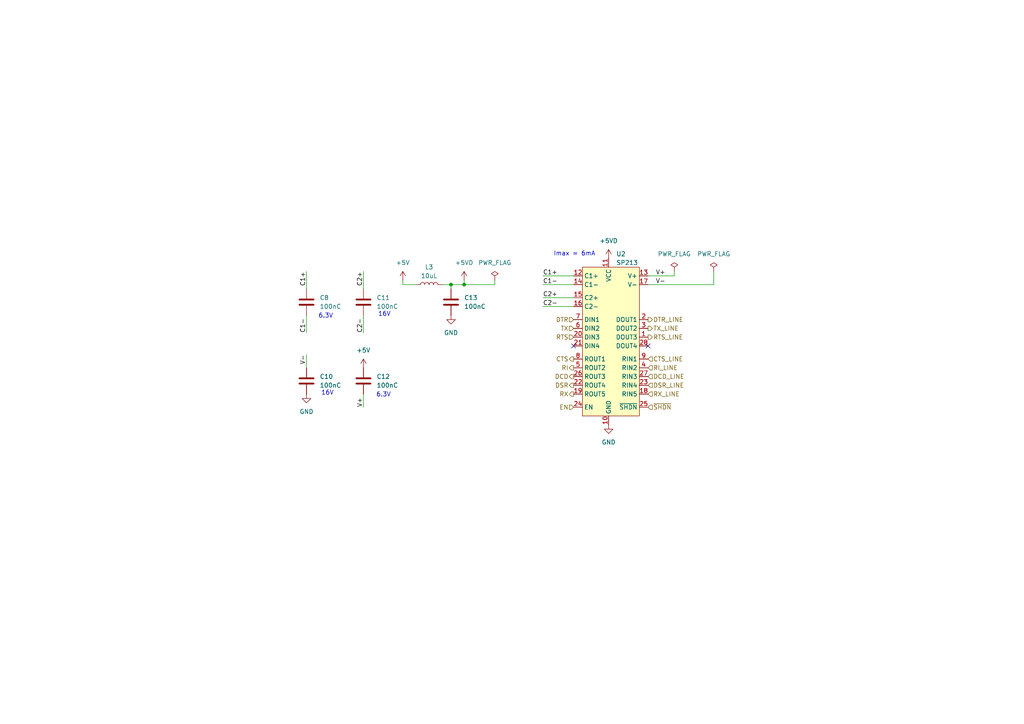
<source format=kicad_sch>
(kicad_sch (version 20231120) (generator "eeschema") (generator_version "8.0")
  (paper "A4")
  (lib_symbols
    (symbol "+5V_1" (power) (pin_numbers hide) (pin_names (offset 0) hide)
      (property "Value" "+5V" (at 0 3.556 0))
      (symbol "+5V_1_0_1"
        (polyline (pts (xy -0.762 1.27) (xy 0 2.54)))
        (polyline (pts (xy 0 0) (xy 0 2.54)))
        (polyline (pts (xy 0 2.54) (xy 0.762 1.27)))
      )
      (symbol "+5V_1_1_1"
        (pin power_in line (at 0 0 90) (length 0) (name "~") (number "1"))
      )
    )
    (symbol "Device:C" (pin_numbers hide) (pin_names (offset 0.254))
      (property "Reference" "C" (at 0.635 2.54 0))
      (property "Value" "C" (at 0.635 -2.54 0))
      (symbol "C_0_1"
        (polyline (pts (xy -2.032 -0.762) (xy 2.032 -0.762)) (stroke (width 0.508)))
        (polyline (pts (xy -2.032 0.762) (xy 2.032 0.762)) (stroke (width 0.508)))
      )
      (symbol "C_1_1"
        (pin passive line (at 0 3.81 270) (length 2.794) (name "~") (number "1"))
        (pin passive line (at 0 -3.81 90) (length 2.794) (name "~") (number "2"))
      )
    )
    (symbol "Device:L" (pin_numbers hide) (pin_names (offset 1.016) hide)
      (property "Reference" "L" (at -1.27 0 90))
      (property "Value" "L" (at 1.905 0 90))
      (symbol "L_0_1"
        (arc (start 0 -2.54) (mid 0.6323 -1.905) (end 0 -1.27))
        (arc (start 0 -1.27) (mid 0.6323 -0.635) (end 0 0))
        (arc (start 0 0) (mid 0.6323 0.635) (end 0 1.27))
        (arc (start 0 1.27) (mid 0.6323 1.905) (end 0 2.54))
      )
      (symbol "L_1_1"
        (pin passive line (at 0 3.81 270) (length 1.27) (name "1") (number "1"))
        (pin passive line (at 0 -3.81 90) (length 1.27) (name "2") (number "2"))
      )
    )
    (symbol "GND_1" (power) (pin_numbers hide) (pin_names (offset 0) hide)
      (property "Value" "GND" (at 0 -3.81 0))
      (symbol "GND_1_0_1"
        (polyline (pts (xy 0 0) (xy 0 -1.27) (xy 1.27 -1.27) (xy 0 -2.54) (xy -1.27 -1.27) (xy 0 -1.27)))
      )
      (symbol "GND_1_1_1"
        (pin power_in line (at 0 0 270) (length 0) (name "~") (number "1"))
      )
    )
    (symbol "GND_2" (power) (pin_numbers hide) (pin_names (offset 0) hide)
      (property "Value" "GND" (at 0 -3.81 0))
      (symbol "GND_2_0_1"
        (polyline (pts (xy 0 0) (xy 0 -1.27) (xy 1.27 -1.27) (xy 0 -2.54) (xy -1.27 -1.27) (xy 0 -1.27)))
      )
      (symbol "GND_2_1_1"
        (pin power_in line (at 0 0 270) (length 0) (name "~") (number "1"))
      )
    )
    (symbol "Interface_UART_custom:MAX213"
      (property "Reference" "U" (at 3.556 22.86 0))
      (symbol "MAX213_0_1"
        (rectangle (start -7.62 21.59) (end 8.89 -21.59) (fill (type background)))
      )
      (symbol "MAX213_1_1"
        (pin output line (at 11.43 1.27 180) (length 2.54) (name "DOUT3") (number "1"))
        (pin power_in line (at 0 -24.13 90) (length 2.54) (name "GND") (number "10"))
        (pin power_in line (at 0 24.13 270) (length 2.54) (name "VCC") (number "11"))
        (pin passive line (at -10.16 19.05 0) (length 2.54) (name "C1+") (number "12"))
        (pin power_in line (at 11.43 19.05 180) (length 2.54) (name "V+") (number "13"))
        (pin passive line (at -10.16 16.51 0) (length 2.54) (name "C1-") (number "14"))
        (pin passive line (at -10.16 12.7 0) (length 2.54) (name "C2+") (number "15"))
        (pin passive line (at -10.16 10.16 0) (length 2.54) (name "C2-") (number "16"))
        (pin power_in line (at 11.43 16.51 180) (length 2.54) (name "V-") (number "17"))
        (pin input line (at 11.43 -15.24 180) (length 2.54) (name "RIN5") (number "18"))
        (pin output line (at -10.16 -15.24 0) (length 2.54) (name "ROUT5") (number "19"))
        (pin output line (at 11.43 6.35 180) (length 2.54) (name "DOUT1") (number "2"))
        (pin input line (at -10.16 1.27 0) (length 2.54) (name "DIN3") (number "20"))
        (pin input line (at -10.16 -1.27 0) (length 2.54) (name "DIN4") (number "21"))
        (pin output line (at -10.16 -12.7 0) (length 2.54) (name "ROUT4") (number "22"))
        (pin input line (at 11.43 -12.7 180) (length 2.54) (name "RIN4") (number "23"))
        (pin input line (at -10.16 -19.05 0) (length 2.54) (name "EN") (number "24"))
        (pin input line (at 11.43 -19.05 180) (length 2.54) (name "~{SHDN}") (number "25"))
        (pin output line (at -10.16 -10.16 0) (length 2.54) (name "ROUT3") (number "26"))
        (pin input line (at 11.43 -10.16 180) (length 2.54) (name "RIN3") (number "27"))
        (pin output line (at 11.43 -1.27 180) (length 2.54) (name "DOUT4") (number "28"))
        (pin output line (at 11.43 3.81 180) (length 2.54) (name "DOUT2") (number "3"))
        (pin input line (at 11.43 -7.62 180) (length 2.54) (name "RIN2") (number "4"))
        (pin output line (at -10.16 -7.62 0) (length 2.54) (name "ROUT2") (number "5"))
        (pin input line (at -10.16 3.81 0) (length 2.54) (name "DIN2") (number "6"))
        (pin input line (at -10.16 6.35 0) (length 2.54) (name "DIN1") (number "7"))
        (pin output line (at -10.16 -5.08 0) (length 2.54) (name "ROUT1") (number "8"))
        (pin input line (at 11.43 -5.08 180) (length 2.54) (name "RIN1") (number "9"))
      )
    )
    (symbol "power:+5VD" (power) (pin_numbers hide) (pin_names (offset 0) hide)
      (property "Value" "+5VD" (at 0 3.556 0))
      (symbol "+5VD_0_1"
        (polyline (pts (xy -0.762 1.27) (xy 0 2.54)))
        (polyline (pts (xy 0 0) (xy 0 2.54)))
        (polyline (pts (xy 0 2.54) (xy 0.762 1.27)))
      )
      (symbol "+5VD_1_1"
        (pin power_in line (at 0 0 90) (length 0) (name "~") (number "1"))
      )
    )
    (symbol "power:PWR_FLAG" (power) (pin_numbers hide) (pin_names (offset 0) hide)
      (property "Value" "PWR_FLAG" (at 0 3.81 0))
      (symbol "PWR_FLAG_0_0"
        (pin power_out line (at 0 0 90) (length 0) (name "~") (number "1"))
      )
      (symbol "PWR_FLAG_0_1"
        (polyline (pts (xy 0 0) (xy 0 1.27) (xy -1.016 1.905) (xy 0 2.54) (xy 1.016 1.905) (xy 0 1.27)))
      )
    )
  )
  (junction (at 134.62 82.55))
  (junction (at 130.81 82.55))
  (no_connect (at 187.96 100.33))
  (no_connect (at 166.37 100.33))
  (wire (pts (xy 88.9 78.74) (xy 88.9 83.82)))
  (wire (pts (xy 166.37 88.9) (xy 157.48 88.9)))
  (wire (pts (xy 157.48 80.01) (xy 166.37 80.01)))
  (wire (pts (xy 195.58 78.74) (xy 195.58 80.01)))
  (wire (pts (xy 105.41 91.44) (xy 105.41 96.52)))
  (wire (pts (xy 134.62 81.28) (xy 134.62 82.55)))
  (wire (pts (xy 187.96 80.01) (xy 195.58 80.01)))
  (wire (pts (xy 143.51 82.55) (xy 134.62 82.55)))
  (wire (pts (xy 116.84 82.55) (xy 120.65 82.55)))
  (wire (pts (xy 130.81 82.55) (xy 134.62 82.55)))
  (wire (pts (xy 207.01 78.74) (xy 207.01 82.55)))
  (wire (pts (xy 88.9 102.87) (xy 88.9 106.68)))
  (wire (pts (xy 116.84 81.28) (xy 116.84 82.55)))
  (wire (pts (xy 128.27 82.55) (xy 130.81 82.55)))
  (wire (pts (xy 157.48 86.36) (xy 166.37 86.36)))
  (wire (pts (xy 105.41 78.74) (xy 105.41 83.82)))
  (wire (pts (xy 105.41 114.3) (xy 105.41 118.11)))
  (wire (pts (xy 166.37 82.55) (xy 157.48 82.55)))
  (wire (pts (xy 130.81 82.55) (xy 130.81 83.82)))
  (wire (pts (xy 88.9 91.44) (xy 88.9 96.52)))
  (wire (pts (xy 187.96 82.55) (xy 207.01 82.55)))
  (wire (pts (xy 143.51 81.28) (xy 143.51 82.55)))
  (text "16V" (at 111.506 91.186 0) (effects (font (size 1.27 1.27))))
  (text "16V" (at 94.996 114.046 0) (effects (font (size 1.27 1.27))))
  (text "Imax = 6mA" (at 166.624 73.66 0) (effects (font (size 1.27 1.27))))
  (text "6.3V" (at 94.488 91.694 0) (effects (font (size 1.27 1.27))))
  (text "6.3V" (at 111.252 114.554 0) (effects (font (size 1.27 1.27))))
  (label "C2-" (at 105.41 96.52 90))
  (label "C1-" (at 157.48 82.55 0))
  (label "C1-" (at 88.9 96.52 90))
  (label "C2+" (at 157.48 86.36 0))
  (label "V-" (at 193.04 82.55 180))
  (label "V+" (at 193.04 80.01 180))
  (label "C1+" (at 157.48 80.01 0))
  (label "C2-" (at 157.48 88.9 0))
  (label "V+" (at 105.41 118.11 90))
  (label "C1+" (at 88.9 78.74 270))
  (label "C2+" (at 105.41 78.74 270))
  (label "V-" (at 88.9 102.87 270))
  (hierarchical_label "DSR_LINE" (shape input) (at 187.96 111.76 0))
  (hierarchical_label "TX" (shape input) (at 166.37 95.25 180))
  (hierarchical_label "~{SHDN}" (shape input) (at 187.96 118.11 0))
  (hierarchical_label "RI" (shape output) (at 166.37 106.68 180))
  (hierarchical_label "RX" (shape output) (at 166.37 114.3 180))
  (hierarchical_label "CTS_LINE" (shape input) (at 187.96 104.14 0))
  (hierarchical_label "RTS_LINE" (shape output) (at 187.96 97.79 0))
  (hierarchical_label "EN" (shape input) (at 166.37 118.11 180))
  (hierarchical_label "RTS" (shape input) (at 166.37 97.79 180))
  (hierarchical_label "CTS" (shape output) (at 166.37 104.14 180))
  (hierarchical_label "DCD" (shape output) (at 166.37 109.22 180))
  (hierarchical_label "DTR_LINE" (shape output) (at 187.96 92.71 0))
  (hierarchical_label "RX_LINE" (shape input) (at 187.96 114.3 0))
  (hierarchical_label "TX_LINE" (shape output) (at 187.96 95.25 0))
  (hierarchical_label "DCD_LINE" (shape input) (at 187.96 109.22 0))
  (hierarchical_label "DTR" (shape input) (at 166.37 92.71 180))
  (hierarchical_label "DSR" (shape output) (at 166.37 111.76 180))
  (hierarchical_label "RI_LINE" (shape input) (at 187.96 106.68 0))
  (symbol (lib_name "GND_1") (lib_id "power:GND") (at 130.81 91.44 0) (unit 1)
    (property "Reference" "#PWR04" (effects (hide yes)))
    (property "Value" "GND" (at 130.81 96.52 0))
    (property "Description" "Power symbol creates a global label with name \"GND\" , ground" (effects (hide yes)))
    (instances (project "DataShield" (path "" (reference "#PWR022") (unit 1)) (path "" (reference "#PWR04") (unit 1))))
  )
  (symbol (lib_name "+5V_1") (lib_id "power:+5V") (at 105.41 106.68 0) (unit 1)
    (property "Reference" "#PWR02" (effects (hide yes)))
    (property "Value" "+5V" (at 105.41 101.6 0))
    (property "Description" "Power symbol creates a global label with name \"+5V\"" (effects (hide yes)))
    (instances (project "DataShield" (path "" (reference "#PWR020") (unit 1)) (path "" (reference "#PWR02") (unit 1))))
  )
  (symbol (lib_id "power:PWR_FLAG") (at 207.01 78.74 0) (unit 1)
    (property "Reference" "#FLG05" (effects (hide yes)))
    (property "Value" "PWR_FLAG" (at 207.01 73.66 0))
    (property "Description" "Special symbol for telling ERC where power comes from" (effects (hide yes)))
    (instances (project "DataShield" (path "" (reference "#FLG08") (unit 1)) (path "" (reference "#FLG05") (unit 1))))
  )
  (symbol (lib_id "power:PWR_FLAG") (at 143.51 81.28 0) (unit 1)
    (property "Reference" "#FLG03" (effects (hide yes)))
    (property "Value" "PWR_FLAG" (at 143.51 76.2 0))
    (property "Description" "Special symbol for telling ERC where power comes from" (effects (hide yes)))
    (instances (project "DataShield" (path "" (reference "#FLG06") (unit 1)) (path "" (reference "#FLG03") (unit 1))))
  )
  (symbol (lib_id "Interface_UART_custom:MAX213") (at 176.53 99.06 0) (unit 1)
    (property "Reference" "U1" (at 178.7241 73.66 0) (effects (justify left)))
    (property "Value" "SP213" (at 178.7241 76.2 0) (effects (justify left)))
    (property "Footprint" "Package_SO:SSOP-28_5.3x10.2mm_P0.65mm" (effects (hide yes)))
    (property "Datasheet" "https://www.lcsc.com/datasheet/lcsc_datasheet_1912111437_MaxLinear-SP213EEA-L-TR_C415725.pdf" (effects (hide yes)))
    (property "Description" "5-V MULTICHANNEL RS-232 LINE DRIVER/RECEIVER" (effects (hide yes)))
    (property "MPN" "SP213EEA-L/TR" (effects (hide yes)))
    (property "Status" "OK" (effects (hide yes)))
    (instances (project "DataShield" (path "" (reference "U2") (unit 1)) (path "" (reference "U1") (unit 1))))
  )
  (symbol (lib_name "GND_2") (lib_id "power:GND") (at 176.53 123.19 0) (unit 1)
    (property "Reference" "#PWR017" (effects (hide yes)))
    (property "Value" "GND" (at 176.53 128.27 0))
    (property "Description" "Power symbol creates a global label with name \"GND\" , ground" (effects (hide yes)))
    (instances (project "DataShield" (path "" (reference "#PWR028") (unit 1)) (path "" (reference "#PWR017") (unit 1))))
  )
  (symbol (lib_id "Device:C") (at 105.41 110.49 0) (unit 1)
    (property "Reference" "C4" (at 109.22 109.2199 0) (effects (justify left)))
    (property "Value" "100nC" (at 109.22 111.7599 0) (effects (justify left)))
    (property "Footprint" "Capacitor_SMD:C_0805_2012Metric" (effects (hide yes)))
    (property "Datasheet" "https://www.lcsc.com/datasheet/lcsc_datasheet_2304140030_KEMET-C0805F104K5RACAUTO_C141162.pdf" (effects (hide yes)))
    (property "Description" "Unpolarized capacitor" (effects (hide yes)))
    (property "MPN" "C0805F104K5RACAUTO" (effects (hide yes)))
    (property "Status" "OK" (effects (hide yes)))
    (instances (project "DataShield" (path "" (reference "C12") (unit 1)) (path "" (reference "C4") (unit 1))))
  )
  (symbol (lib_id "Device:C") (at 105.41 87.63 0) (unit 1)
    (property "Reference" "C3" (at 109.22 86.3599 0) (effects (justify left)))
    (property "Value" "100nC" (at 109.22 88.8999 0) (effects (justify left)))
    (property "Footprint" "Capacitor_SMD:C_0805_2012Metric" (effects (hide yes)))
    (property "Datasheet" "https://www.lcsc.com/datasheet/lcsc_datasheet_2304140030_KEMET-C0805F104K5RACAUTO_C141162.pdf" (effects (hide yes)))
    (property "Description" "Unpolarized capacitor" (effects (hide yes)))
    (property "MPN" "C0805F104K5RACAUTO" (effects (hide yes)))
    (property "Status" "OK" (effects (hide yes)))
    (instances (project "DataShield" (path "" (reference "C11") (unit 1)) (path "" (reference "C3") (unit 1))))
  )
  (symbol (lib_name "GND_2") (lib_id "power:GND") (at 88.9 114.3 0) (unit 1)
    (property "Reference" "#PWR01" (effects (hide yes)))
    (property "Value" "GND" (at 88.9 119.38 0))
    (property "Description" "Power symbol creates a global label with name \"GND\" , ground" (effects (hide yes)))
    (instances (project "DataShield" (path "" (reference "#PWR018") (unit 1)) (path "" (reference "#PWR01") (unit 1))))
  )
  (symbol (lib_id "Device:C") (at 88.9 87.63 0) (unit 1)
    (property "Reference" "C1" (at 92.71 86.3599 0) (effects (justify left)))
    (property "Value" "100nC" (at 92.71 88.8999 0) (effects (justify left)))
    (property "Footprint" "Capacitor_SMD:C_0805_2012Metric" (effects (hide yes)))
    (property "Datasheet" "https://www.lcsc.com/datasheet/lcsc_datasheet_2304140030_KEMET-C0805F104K5RACAUTO_C141162.pdf" (effects (hide yes)))
    (property "Description" "Unpolarized capacitor" (effects (hide yes)))
    (property "MPN" "C0805F104K5RACAUTO" (effects (hide yes)))
    (property "Status" "OK" (effects (hide yes)))
    (instances (project "DataShield" (path "" (reference "C8") (unit 1)) (path "" (reference "C1") (unit 1))))
  )
  (symbol (lib_id "power:+5VD") (at 134.62 81.28 0) (unit 1)
    (property "Reference" "#PWR06" (effects (hide yes)))
    (property "Value" "+5VD" (at 134.62 76.2 0))
    (property "Description" "Power symbol creates a global label with name \"+5VD\"" (effects (hide yes)))
    (instances (project "DataShield" (path "" (reference "#PWR026") (unit 1)) (path "" (reference "#PWR06") (unit 1))))
  )
  (symbol (lib_id "power:PWR_FLAG") (at 195.58 78.74 0) (unit 1)
    (property "Reference" "#FLG04" (effects (hide yes)))
    (property "Value" "PWR_FLAG" (at 195.58 73.66 0))
    (property "Description" "Special symbol for telling ERC where power comes from" (effects (hide yes)))
    (instances (project "DataShield" (path "" (reference "#FLG07") (unit 1)) (path "" (reference "#FLG04") (unit 1))))
  )
  (symbol (lib_name "+5V_1") (lib_id "power:+5V") (at 116.84 81.28 0) (unit 1)
    (property "Reference" "#PWR03" (effects (hide yes)))
    (property "Value" "+5V" (at 116.84 76.2 0))
    (property "Description" "Power symbol creates a global label with name \"+5V\"" (effects (hide yes)))
    (instances (project "DataShield" (path "" (reference "#PWR021") (unit 1)) (path "" (reference "#PWR03") (unit 1))))
  )
  (symbol (lib_id "Device:L") (at 124.46 82.55 90) (unit 1)
    (property "Reference" "L1" (at 124.46 77.47 90))
    (property "Value" "10uL" (at 124.46 80.01 90))
    (property "Footprint" "Inductor_SMD:L_0805_2012Metric" (effects (hide yes)))
    (property "Datasheet" "https://www.lcsc.com/datasheet/lcsc_datasheet_2304140030_Murata-Electronics-LQM21FN100M80L_C162582.pdf" (effects (hide yes)))
    (property "Description" "Inductor" (effects (hide yes)))
    (property "Status" "OK" (effects (hide yes)))
    (property "MPN" "LQM21FN100M80L" (effects (hide yes)))
    (instances (project "DataShield" (path "" (reference "L3") (unit 1)) (path "" (reference "L1") (unit 1))))
  )
  (symbol (lib_id "power:+5VD") (at 176.53 74.93 0) (unit 1)
    (property "Reference" "#PWR09" (effects (hide yes)))
    (property "Value" "+5VD" (at 176.53 69.85 0))
    (property "Description" "Power symbol creates a global label with name \"+5VD\"" (effects (hide yes)))
    (instances (project "DataShield" (path "" (reference "#PWR027") (unit 1)) (path "" (reference "#PWR09") (unit 1))))
  )
  (symbol (lib_id "Device:C") (at 88.9 110.49 0) (unit 1)
    (property "Reference" "C2" (at 92.71 109.2199 0) (effects (justify left)))
    (property "Value" "100nC" (at 92.71 111.7599 0) (effects (justify left)))
    (property "Footprint" "Capacitor_SMD:C_0805_2012Metric" (effects (hide yes)))
    (property "Datasheet" "https://www.lcsc.com/datasheet/lcsc_datasheet_2304140030_KEMET-C0805F104K5RACAUTO_C141162.pdf" (effects (hide yes)))
    (property "Description" "Unpolarized capacitor" (effects (hide yes)))
    (property "MPN" "C0805F104K5RACAUTO" (effects (hide yes)))
    (property "Status" "OK" (effects (hide yes)))
    (instances (project "DataShield" (path "" (reference "C10") (unit 1)) (path "" (reference "C2") (unit 1))))
  )
  (symbol (lib_id "Device:C") (at 130.81 87.63 0) (unit 1)
    (property "Reference" "C7" (at 134.62 86.3599 0) (effects (justify left)))
    (property "Value" "100nC" (at 134.62 88.8999 0) (effects (justify left)))
    (property "Footprint" "Capacitor_SMD:C_0805_2012Metric" (effects (hide yes)))
    (property "Datasheet" "https://www.lcsc.com/datasheet/lcsc_datasheet_2304140030_KEMET-C0805F104K5RACAUTO_C141162.pdf" (effects (hide yes)))
    (property "Description" "Unpolarized capacitor" (effects (hide yes)))
    (property "Status" "OK" (effects (hide yes)))
    (property "MPN" "C0805F104K5RACAUTO" (effects (hide yes)))
    (instances (project "DataShield" (path "" (reference "C13") (unit 1)) (path "" (reference "C7") (unit 1))))
  )
)
</source>
